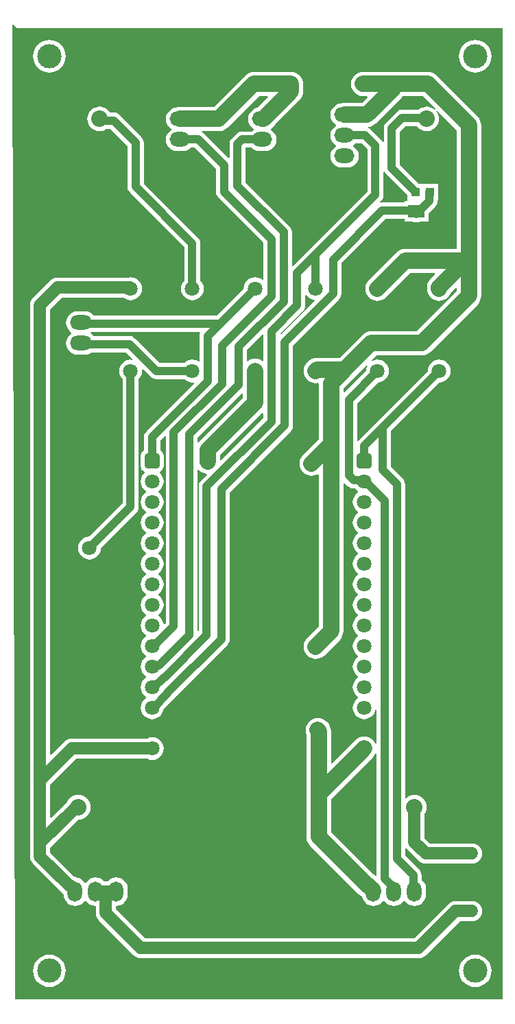
<source format=gbl>
G04*
G04 #@! TF.GenerationSoftware,Altium Limited,Altium Designer,20.0.10 (225)*
G04*
G04 Layer_Physical_Order=2*
G04 Layer_Color=16711680*
%FSLAX44Y44*%
%MOMM*%
G71*
G01*
G75*
%ADD10R,2.0000X1.5000*%
%ADD11R,1.1000X1.0000*%
%ADD12C,1.5000*%
%ADD13C,2.0000*%
%ADD14C,1.0000*%
G04:AMPARAMS|DCode=15|XSize=1.8mm|YSize=1.8mm|CornerRadius=0.225mm|HoleSize=0mm|Usage=FLASHONLY|Rotation=270.000|XOffset=0mm|YOffset=0mm|HoleType=Round|Shape=RoundedRectangle|*
%AMROUNDEDRECTD15*
21,1,1.8000,1.3500,0,0,270.0*
21,1,1.3500,1.8000,0,0,270.0*
1,1,0.4500,-0.6750,-0.6750*
1,1,0.4500,-0.6750,0.6750*
1,1,0.4500,0.6750,0.6750*
1,1,0.4500,0.6750,-0.6750*
%
%ADD15ROUNDEDRECTD15*%
%ADD16C,1.8000*%
%ADD17C,3.0000*%
%ADD18R,2.5000X2.0000*%
%ADD19O,2.5000X1.8000*%
%ADD20C,2.0320*%
%ADD21R,2.0320X2.0320*%
%ADD22O,1.8000X2.5000*%
%ADD23R,2.0000X2.5000*%
%ADD24O,2.7000X1.8000*%
%ADD25R,2.0320X2.0320*%
%ADD26C,1.2700*%
G36*
X2540Y1198880D02*
X601980D01*
Y0D01*
X-0Y-0D01*
X-3841Y1203601D01*
X-2669Y1204089D01*
X2540Y1198880D01*
D02*
G37*
%LPC*%
G36*
X567690Y1184687D02*
X563769Y1184301D01*
X559999Y1183157D01*
X556525Y1181300D01*
X553479Y1178801D01*
X550980Y1175755D01*
X549123Y1172281D01*
X547979Y1168511D01*
X547593Y1164590D01*
X547979Y1160669D01*
X549123Y1156899D01*
X550980Y1153425D01*
X553479Y1150379D01*
X556525Y1147880D01*
X559999Y1146023D01*
X563769Y1144879D01*
X567690Y1144493D01*
X571611Y1144879D01*
X575381Y1146023D01*
X578855Y1147880D01*
X581901Y1150379D01*
X584400Y1153425D01*
X586257Y1156899D01*
X587401Y1160669D01*
X587787Y1164590D01*
X587401Y1168511D01*
X586257Y1172281D01*
X584400Y1175755D01*
X581901Y1178801D01*
X578855Y1181300D01*
X575381Y1183157D01*
X571611Y1184301D01*
X567690Y1184687D01*
D02*
G37*
G36*
X41910D02*
X37989Y1184301D01*
X34219Y1183157D01*
X30745Y1181300D01*
X27699Y1178801D01*
X25200Y1175755D01*
X23343Y1172281D01*
X22199Y1168511D01*
X21813Y1164590D01*
X22199Y1160669D01*
X23343Y1156899D01*
X25200Y1153425D01*
X27699Y1150379D01*
X30745Y1147880D01*
X34219Y1146023D01*
X37989Y1144879D01*
X41910Y1144493D01*
X45831Y1144879D01*
X49601Y1146023D01*
X53075Y1147880D01*
X56121Y1150379D01*
X58620Y1153425D01*
X60477Y1156899D01*
X61621Y1160669D01*
X62007Y1164590D01*
X61621Y1168511D01*
X60477Y1172281D01*
X58620Y1175755D01*
X56121Y1178801D01*
X53075Y1181300D01*
X49601Y1183157D01*
X45831Y1184301D01*
X41910Y1184687D01*
D02*
G37*
G36*
X509270Y1145373D02*
X429260D01*
X426320Y1145083D01*
X423492Y1144225D01*
X420886Y1142832D01*
X418602Y1140958D01*
X416728Y1138674D01*
X415335Y1136068D01*
X414477Y1133241D01*
X414187Y1130300D01*
X414477Y1127359D01*
X415335Y1124532D01*
X416728Y1121926D01*
X418602Y1119642D01*
X420886Y1117768D01*
X423492Y1116375D01*
X426320Y1115517D01*
X429260Y1115227D01*
X434392D01*
X434878Y1114054D01*
X428097Y1107273D01*
X406400D01*
X403460Y1106983D01*
X400632Y1106125D01*
X400376Y1105988D01*
X399245Y1105840D01*
X395840Y1104429D01*
X392915Y1102185D01*
X390671Y1099260D01*
X389260Y1095855D01*
X388779Y1092200D01*
X389260Y1088545D01*
X390671Y1085140D01*
X392915Y1082215D01*
X395474Y1080252D01*
X395576Y1079909D01*
Y1079091D01*
X395474Y1078748D01*
X392915Y1076785D01*
X390671Y1073860D01*
X389260Y1070455D01*
X388779Y1066800D01*
X389260Y1063145D01*
X390671Y1059740D01*
X392915Y1056815D01*
X395474Y1054852D01*
X395576Y1054509D01*
Y1053691D01*
X395474Y1053348D01*
X392915Y1051385D01*
X390671Y1048460D01*
X389260Y1045055D01*
X388779Y1041400D01*
X389260Y1037745D01*
X390671Y1034340D01*
X392915Y1031415D01*
X395840Y1029171D01*
X399245Y1027760D01*
X402900Y1027279D01*
X409900D01*
X413555Y1027760D01*
X416960Y1029171D01*
X419885Y1031415D01*
X422129Y1034340D01*
X423540Y1037745D01*
X424021Y1041400D01*
X423540Y1045055D01*
X422129Y1048460D01*
X419885Y1051385D01*
X417327Y1053348D01*
X417224Y1053691D01*
Y1054509D01*
X417327Y1054852D01*
X419753Y1056714D01*
X427622D01*
X434414Y1049922D01*
Y997318D01*
X363708Y926612D01*
X342490Y905394D01*
X341316Y905880D01*
Y947660D01*
X340973Y950270D01*
X339965Y952703D01*
X338362Y954792D01*
X284406Y1008748D01*
Y1051634D01*
X291447D01*
X294240Y1049491D01*
X297645Y1048080D01*
X301300Y1047599D01*
X308300D01*
X311955Y1048080D01*
X315360Y1049491D01*
X318285Y1051735D01*
X320529Y1054660D01*
X321940Y1058065D01*
X322421Y1061720D01*
X321940Y1065375D01*
X320529Y1068780D01*
X318285Y1071705D01*
X315727Y1073668D01*
X315624Y1074011D01*
Y1074829D01*
X315727Y1075172D01*
X318285Y1077135D01*
X320529Y1080060D01*
X320673Y1080407D01*
X351018Y1110752D01*
X352892Y1113036D01*
X354285Y1115642D01*
X355143Y1118469D01*
X355433Y1121410D01*
Y1130300D01*
X355143Y1133241D01*
X354285Y1136068D01*
X352892Y1138674D01*
X351018Y1140958D01*
X348734Y1142832D01*
X346128Y1144225D01*
X343301Y1145083D01*
X340360Y1145373D01*
X294640D01*
X291700Y1145083D01*
X288872Y1144225D01*
X286266Y1142832D01*
X283982Y1140958D01*
X245217Y1102193D01*
X203200D01*
X200259Y1101903D01*
X197432Y1101045D01*
X197176Y1100909D01*
X196045Y1100760D01*
X192640Y1099349D01*
X189715Y1097105D01*
X187471Y1094180D01*
X186060Y1090775D01*
X185579Y1087120D01*
X186060Y1083465D01*
X187471Y1080060D01*
X189715Y1077135D01*
X192274Y1075172D01*
X192376Y1074829D01*
Y1074011D01*
X192274Y1073668D01*
X189715Y1071705D01*
X187471Y1068780D01*
X186060Y1065375D01*
X185579Y1061720D01*
X186060Y1058065D01*
X187471Y1054660D01*
X189715Y1051735D01*
X192640Y1049491D01*
X196045Y1048080D01*
X199700Y1047599D01*
X206700D01*
X210355Y1048080D01*
X213760Y1049491D01*
X216553Y1051634D01*
X221882D01*
X247724Y1025792D01*
Y996950D01*
X248067Y994340D01*
X249075Y991907D01*
X250678Y989818D01*
X306144Y934352D01*
Y888965D01*
X304874Y888338D01*
X302970Y889799D01*
X299565Y891210D01*
X295910Y891691D01*
X292255Y891210D01*
X288850Y889799D01*
X285925Y887555D01*
X283681Y884630D01*
X282270Y881225D01*
X281811Y877735D01*
X248552Y844476D01*
X96662D01*
X95765Y845645D01*
X92840Y847889D01*
X89435Y849300D01*
X85780Y849781D01*
X76780D01*
X73125Y849300D01*
X69720Y847889D01*
X66795Y845645D01*
X64551Y842720D01*
X63140Y839315D01*
X62659Y835660D01*
X63140Y832005D01*
X64551Y828600D01*
X66795Y825675D01*
X69353Y823712D01*
X69456Y823369D01*
Y822551D01*
X69353Y822208D01*
X66795Y820245D01*
X64551Y817320D01*
X63140Y813915D01*
X62659Y810260D01*
X63140Y806605D01*
X64551Y803200D01*
X66795Y800275D01*
X69720Y798031D01*
X73125Y796620D01*
X76780Y796139D01*
X85780D01*
X89435Y796620D01*
X92840Y798031D01*
X93978Y798904D01*
X136792D01*
X144640Y791056D01*
X144047Y789853D01*
X142240Y790091D01*
X138585Y789610D01*
X135180Y788199D01*
X132255Y785955D01*
X130011Y783030D01*
X128600Y779625D01*
X128119Y775970D01*
X128600Y772315D01*
X130011Y768910D01*
X132154Y766117D01*
Y612509D01*
X91273Y571629D01*
X87784Y571170D01*
X84378Y569759D01*
X81454Y567515D01*
X79209Y564590D01*
X77799Y561185D01*
X77318Y557530D01*
X77799Y553875D01*
X79209Y550470D01*
X81454Y547545D01*
X84378Y545301D01*
X87784Y543890D01*
X91438Y543409D01*
X95093Y543890D01*
X98499Y545301D01*
X101423Y547545D01*
X103667Y550470D01*
X105078Y553875D01*
X105537Y557365D01*
X149372Y601200D01*
X150975Y603288D01*
X151983Y605721D01*
X152326Y608332D01*
Y766117D01*
X154469Y768910D01*
X155880Y772315D01*
X156361Y775970D01*
X156123Y777777D01*
X157326Y778370D01*
X166858Y768838D01*
X168947Y767235D01*
X171380Y766227D01*
X173990Y765884D01*
X208587D01*
X211380Y763741D01*
X214785Y762330D01*
X218440Y761849D01*
X220247Y762087D01*
X220840Y760884D01*
X161778Y701822D01*
X160175Y699733D01*
X159167Y697300D01*
X158824Y694690D01*
Y678295D01*
X158504Y678163D01*
X156989Y677001D01*
X155827Y675486D01*
X155097Y673723D01*
X154847Y671830D01*
Y658330D01*
X155097Y656437D01*
X155827Y654674D01*
X156989Y653159D01*
X158504Y651997D01*
X159396Y651627D01*
X159588Y650173D01*
X158925Y649665D01*
X156681Y646740D01*
X155270Y643335D01*
X154789Y639680D01*
X155270Y636025D01*
X156681Y632620D01*
X158925Y629695D01*
X161483Y627732D01*
X161586Y627389D01*
Y626571D01*
X161483Y626228D01*
X158925Y624265D01*
X156681Y621340D01*
X155270Y617935D01*
X154789Y614280D01*
X155270Y610625D01*
X156681Y607220D01*
X158925Y604295D01*
X161483Y602332D01*
X161586Y601989D01*
Y601171D01*
X161483Y600828D01*
X158925Y598865D01*
X156681Y595940D01*
X155270Y592535D01*
X154789Y588880D01*
X155270Y585225D01*
X156681Y581820D01*
X158925Y578895D01*
X161483Y576932D01*
X161586Y576589D01*
Y575771D01*
X161483Y575428D01*
X158925Y573465D01*
X156681Y570540D01*
X155270Y567135D01*
X154789Y563480D01*
X155270Y559825D01*
X156681Y556420D01*
X158925Y553495D01*
X161483Y551532D01*
X161586Y551189D01*
Y550371D01*
X161483Y550028D01*
X158925Y548065D01*
X156681Y545140D01*
X155270Y541735D01*
X154789Y538080D01*
X155270Y534425D01*
X156681Y531020D01*
X158925Y528095D01*
X161483Y526132D01*
X161586Y525789D01*
Y524971D01*
X161483Y524628D01*
X158925Y522665D01*
X156681Y519740D01*
X155270Y516335D01*
X154789Y512680D01*
X155270Y509025D01*
X156681Y505620D01*
X158925Y502695D01*
X161483Y500732D01*
X161586Y500389D01*
Y499571D01*
X161483Y499228D01*
X158925Y497265D01*
X156681Y494340D01*
X155270Y490935D01*
X154789Y487280D01*
X155270Y483625D01*
X156681Y480220D01*
X158925Y477295D01*
X161483Y475332D01*
X161586Y474989D01*
Y474171D01*
X161483Y473828D01*
X158925Y471865D01*
X156681Y468940D01*
X155270Y465535D01*
X154789Y461880D01*
X155270Y458225D01*
X156681Y454820D01*
X158925Y451895D01*
X161483Y449932D01*
X161586Y449589D01*
Y448771D01*
X161483Y448428D01*
X158925Y446465D01*
X156681Y443540D01*
X155270Y440135D01*
X154789Y436480D01*
X155270Y432825D01*
X156681Y429420D01*
X158925Y426495D01*
X161483Y424532D01*
X161586Y424189D01*
Y423371D01*
X161483Y423028D01*
X158925Y421065D01*
X156681Y418140D01*
X155270Y414735D01*
X154789Y411080D01*
X155270Y407425D01*
X156681Y404020D01*
X158925Y401095D01*
X161483Y399132D01*
X161586Y398789D01*
Y397971D01*
X161483Y397628D01*
X158925Y395665D01*
X156681Y392740D01*
X155270Y389335D01*
X154789Y385680D01*
X155270Y382025D01*
X156681Y378620D01*
X158925Y375695D01*
X161483Y373732D01*
X161586Y373389D01*
Y372571D01*
X161483Y372228D01*
X158925Y370265D01*
X156681Y367340D01*
X155270Y363935D01*
X154789Y360280D01*
X155270Y356625D01*
X156681Y353220D01*
X158925Y350295D01*
X161850Y348051D01*
X165255Y346640D01*
X168910Y346159D01*
X172565Y346640D01*
X175970Y348051D01*
X178895Y350295D01*
X181139Y353220D01*
X182550Y356625D01*
X182786Y358422D01*
X195042Y370678D01*
X196645Y372767D01*
X196726Y372961D01*
X261767Y438003D01*
X263370Y440092D01*
X264378Y442524D01*
X264721Y445135D01*
Y626377D01*
X339872Y701528D01*
X341475Y703617D01*
X342483Y706049D01*
X342826Y708660D01*
Y807352D01*
X399562Y864088D01*
X401165Y866177D01*
X402173Y868609D01*
X402516Y871220D01*
Y908952D01*
X457168Y963604D01*
X480300D01*
Y960910D01*
X489776D01*
X492099Y959947D01*
X494710Y959604D01*
X497321Y959947D01*
X499644Y960910D01*
X510300D01*
Y971016D01*
X518442Y979158D01*
X520045Y981247D01*
X521053Y983680D01*
X521396Y986290D01*
Y986950D01*
X522310D01*
Y1006950D01*
X512465D01*
X511810Y1007036D01*
X511310D01*
X510655Y1006950D01*
X504650D01*
Y1007060D01*
X498414D01*
X474906Y1030568D01*
Y1071512D01*
X481698Y1078304D01*
X495624D01*
X497228Y1076348D01*
X499537Y1074454D01*
X502170Y1073046D01*
X505028Y1072179D01*
X508000Y1071887D01*
X510972Y1072179D01*
X513830Y1073046D01*
X516463Y1074454D01*
X518772Y1076348D01*
X520666Y1078657D01*
X522074Y1081290D01*
X522941Y1084148D01*
X523233Y1087120D01*
X522941Y1090092D01*
X522074Y1092950D01*
X520666Y1095583D01*
X519710Y1096748D01*
X520652Y1097602D01*
X544997Y1073257D01*
Y926933D01*
X481330D01*
X478390Y926643D01*
X475562Y925785D01*
X472956Y924392D01*
X470672Y922518D01*
X436382Y888228D01*
X434508Y885944D01*
X433115Y883338D01*
X432257Y880510D01*
X431968Y877570D01*
X432257Y874630D01*
X433115Y871802D01*
X434508Y869196D01*
X436382Y866912D01*
X438666Y865038D01*
X441272Y863645D01*
X444100Y862787D01*
X447040Y862497D01*
X449981Y862787D01*
X452808Y863645D01*
X455414Y865038D01*
X457698Y866912D01*
X487573Y896787D01*
X517645D01*
X518131Y895614D01*
X512582Y890065D01*
X510708Y887781D01*
X509315Y885175D01*
X508457Y882348D01*
X508167Y879407D01*
Y877570D01*
X508457Y874630D01*
X509315Y871802D01*
X510708Y869196D01*
X512582Y866912D01*
X514866Y865038D01*
X517472Y863645D01*
X520299Y862787D01*
X523240Y862497D01*
X526180Y862787D01*
X529008Y863645D01*
X531614Y865038D01*
X533898Y866912D01*
X535772Y869196D01*
X537165Y871802D01*
X537259Y872110D01*
X543824Y878676D01*
X544997Y878189D01*
Y874923D01*
X495407Y825333D01*
X439420D01*
X436479Y825043D01*
X433652Y824185D01*
X431046Y822792D01*
X428762Y820918D01*
X400157Y792313D01*
X372110D01*
X369170Y792023D01*
X366342Y791165D01*
X363736Y789772D01*
X361452Y787898D01*
X360182Y786628D01*
X358308Y784344D01*
X356915Y781738D01*
X356057Y778911D01*
X355767Y775970D01*
X356057Y773029D01*
X356915Y770202D01*
X358308Y767596D01*
X360182Y765312D01*
X362466Y763438D01*
X365072Y762045D01*
X367900Y761187D01*
X370840Y760897D01*
X373584Y761168D01*
X373924Y761047D01*
X374817Y760174D01*
Y692043D01*
X355102Y672328D01*
X353228Y670044D01*
X351835Y667438D01*
X350977Y664611D01*
X350687Y661670D01*
X350977Y658729D01*
X351835Y655902D01*
X353228Y653296D01*
X355102Y651012D01*
X357386Y649138D01*
X359992Y647745D01*
X362820Y646887D01*
X365760Y646597D01*
X368700Y646887D01*
X371528Y647745D01*
X373547Y648824D01*
X374817Y648121D01*
Y460903D01*
X360182Y446268D01*
X358308Y443984D01*
X356915Y441378D01*
X356057Y438550D01*
X355767Y435610D01*
X356057Y432669D01*
X356915Y429842D01*
X358308Y427236D01*
X360182Y424952D01*
X362466Y423078D01*
X365072Y421685D01*
X367900Y420827D01*
X370840Y420537D01*
X373781Y420827D01*
X376608Y421685D01*
X379214Y423078D01*
X381498Y424952D01*
X400548Y444002D01*
X402422Y446286D01*
X403815Y448892D01*
X404673Y451720D01*
X404963Y454660D01*
Y637842D01*
X406136Y638329D01*
X410386Y634079D01*
X412475Y632476D01*
X414907Y631468D01*
X417518Y631124D01*
X419578D01*
X420675Y629695D01*
X423233Y627732D01*
X423336Y627389D01*
Y626571D01*
X423233Y626228D01*
X420675Y624265D01*
X418431Y621340D01*
X417020Y617935D01*
X416539Y614280D01*
X417020Y610625D01*
X418431Y607220D01*
X420675Y604295D01*
X423233Y602332D01*
X423336Y601989D01*
Y601171D01*
X423233Y600828D01*
X420675Y598865D01*
X418431Y595940D01*
X417020Y592535D01*
X416539Y588880D01*
X417020Y585225D01*
X418431Y581820D01*
X420675Y578895D01*
X423233Y576932D01*
X423336Y576589D01*
Y575771D01*
X423233Y575428D01*
X420675Y573465D01*
X418431Y570540D01*
X417020Y567135D01*
X416539Y563480D01*
X417020Y559825D01*
X418431Y556420D01*
X420675Y553495D01*
X423233Y551532D01*
X423336Y551189D01*
Y550371D01*
X423233Y550028D01*
X420675Y548065D01*
X418431Y545140D01*
X417020Y541735D01*
X416539Y538080D01*
X417020Y534425D01*
X418431Y531020D01*
X420675Y528095D01*
X423233Y526132D01*
X423336Y525789D01*
Y524971D01*
X423233Y524628D01*
X420675Y522665D01*
X418431Y519740D01*
X417020Y516335D01*
X416539Y512680D01*
X417020Y509025D01*
X418431Y505620D01*
X420675Y502695D01*
X423233Y500732D01*
X423336Y500389D01*
Y499571D01*
X423233Y499228D01*
X420675Y497265D01*
X418431Y494340D01*
X417020Y490935D01*
X416539Y487280D01*
X417020Y483625D01*
X418431Y480220D01*
X420675Y477295D01*
X423233Y475332D01*
X423336Y474989D01*
Y474171D01*
X423233Y473828D01*
X420675Y471865D01*
X418431Y468940D01*
X417020Y465535D01*
X416539Y461880D01*
X417020Y458225D01*
X418431Y454820D01*
X420675Y451895D01*
X423233Y449932D01*
X423336Y449589D01*
Y448771D01*
X423233Y448428D01*
X420675Y446465D01*
X418431Y443540D01*
X417020Y440135D01*
X416539Y436480D01*
X417020Y432825D01*
X418431Y429420D01*
X420675Y426495D01*
X423233Y424532D01*
X423336Y424189D01*
Y423371D01*
X423233Y423028D01*
X420675Y421065D01*
X418431Y418140D01*
X417020Y414735D01*
X416539Y411080D01*
X417020Y407425D01*
X418431Y404020D01*
X420675Y401095D01*
X423233Y399132D01*
X423336Y398789D01*
Y397971D01*
X423233Y397628D01*
X420675Y395665D01*
X418431Y392740D01*
X417020Y389335D01*
X416539Y385680D01*
X417020Y382025D01*
X418431Y378620D01*
X420675Y375695D01*
X423233Y373732D01*
X423336Y373389D01*
Y372571D01*
X423233Y372228D01*
X420675Y370265D01*
X418431Y367340D01*
X417020Y363935D01*
X416539Y360280D01*
X417020Y356625D01*
X418431Y353220D01*
X420675Y350295D01*
X423600Y348051D01*
X427005Y346640D01*
X430660Y346159D01*
X434315Y346640D01*
X437720Y348051D01*
X440645Y350295D01*
X442889Y353220D01*
X444300Y356625D01*
X444574Y358707D01*
X445844Y358624D01*
Y315874D01*
X444585Y315648D01*
X443192Y318254D01*
X441318Y320538D01*
X439034Y322412D01*
X436428Y323805D01*
X433601Y324663D01*
X430660Y324953D01*
X427719Y324663D01*
X424892Y323805D01*
X422286Y322412D01*
X420002Y320538D01*
X390896Y291432D01*
X389723Y291918D01*
Y331470D01*
X389433Y334411D01*
X388575Y337238D01*
X387182Y339844D01*
X385308Y342128D01*
X384038Y343398D01*
X381754Y345272D01*
X379148Y346665D01*
X376320Y347523D01*
X373380Y347813D01*
X370439Y347523D01*
X367612Y346665D01*
X365006Y345272D01*
X362722Y343398D01*
X360848Y341114D01*
X359455Y338508D01*
X358597Y335681D01*
X358307Y332740D01*
X358597Y329799D01*
X359455Y326972D01*
X359577Y326743D01*
Y253870D01*
Y200660D01*
X359867Y197719D01*
X360725Y194892D01*
X362118Y192286D01*
X363992Y190002D01*
X423802Y130192D01*
X426086Y128318D01*
X428075Y127255D01*
X428197Y127132D01*
X428320Y126195D01*
X429731Y122790D01*
X431975Y119865D01*
X434900Y117621D01*
X438305Y116210D01*
X441960Y115729D01*
X445615Y116210D01*
X449020Y117621D01*
X451945Y119865D01*
X453908Y122423D01*
X454251Y122526D01*
X455069D01*
X455412Y122423D01*
X457375Y119865D01*
X460300Y117621D01*
X463705Y116210D01*
X467360Y115729D01*
X471015Y116210D01*
X474420Y117621D01*
X477345Y119865D01*
X479308Y122423D01*
X479651Y122526D01*
X480469D01*
X480812Y122423D01*
X482775Y119865D01*
X485700Y117621D01*
X489105Y116210D01*
X492760Y115729D01*
X496415Y116210D01*
X499820Y117621D01*
X502745Y119865D01*
X504989Y122790D01*
X506400Y126195D01*
X506881Y129850D01*
Y136850D01*
X506400Y140505D01*
X504989Y143910D01*
X502745Y146835D01*
X501316Y147932D01*
Y153931D01*
X500972Y156541D01*
X499964Y158974D01*
X498361Y161063D01*
X481016Y178408D01*
Y186995D01*
X482286Y187426D01*
X483845Y185395D01*
X497815Y171425D01*
X500426Y169421D01*
X503467Y168162D01*
X506730Y167732D01*
X563880D01*
X567143Y168162D01*
X570184Y169421D01*
X572795Y171425D01*
X574799Y174036D01*
X576058Y177077D01*
X576488Y180340D01*
X576058Y183603D01*
X574799Y186644D01*
X572795Y189255D01*
X570184Y191259D01*
X567143Y192518D01*
X563880Y192948D01*
X511952D01*
X505368Y199532D01*
Y228956D01*
X505426Y229027D01*
X506834Y231660D01*
X507701Y234518D01*
X507993Y237490D01*
X507701Y240462D01*
X506834Y243320D01*
X505426Y245953D01*
X503532Y248262D01*
X501223Y250156D01*
X498590Y251564D01*
X495732Y252431D01*
X492760Y252723D01*
X489788Y252431D01*
X486930Y251564D01*
X484297Y250156D01*
X482286Y248506D01*
X481016Y248932D01*
Y636510D01*
X480673Y639120D01*
X479665Y641553D01*
X478062Y643642D01*
X463476Y658228D01*
Y701942D01*
X523405Y761871D01*
X526895Y762330D01*
X530300Y763741D01*
X533225Y765985D01*
X535469Y768910D01*
X536880Y772315D01*
X537361Y775970D01*
X536880Y779625D01*
X535469Y783030D01*
X533225Y785955D01*
X530300Y788199D01*
X526895Y789610D01*
X523240Y790091D01*
X519585Y789610D01*
X516180Y788199D01*
X513255Y785955D01*
X511011Y783030D01*
X509600Y779625D01*
X509141Y776135D01*
X446258Y713252D01*
X423528Y690522D01*
X423016Y689855D01*
X421746Y690286D01*
Y736412D01*
X447205Y761871D01*
X450695Y762330D01*
X454100Y763741D01*
X457025Y765985D01*
X459269Y768910D01*
X460680Y772315D01*
X461161Y775970D01*
X460680Y779625D01*
X459269Y783030D01*
X457025Y785955D01*
X454100Y788199D01*
X450695Y789610D01*
X447040Y790091D01*
X443385Y789610D01*
X440818Y788546D01*
X440099Y789623D01*
X445663Y795187D01*
X501650D01*
X504590Y795477D01*
X507418Y796335D01*
X510024Y797728D01*
X512308Y799602D01*
X570728Y858022D01*
X572602Y860306D01*
X573995Y862912D01*
X574853Y865740D01*
X575143Y868680D01*
Y916237D01*
Y1079500D01*
X574853Y1082440D01*
X573995Y1085268D01*
X572602Y1087874D01*
X570728Y1090158D01*
X519928Y1140958D01*
X517644Y1142832D01*
X515038Y1144225D01*
X512211Y1145083D01*
X509270Y1145373D01*
D02*
G37*
G36*
X104140Y1102353D02*
X101168Y1102061D01*
X98310Y1101194D01*
X95677Y1099786D01*
X93368Y1097892D01*
X91474Y1095583D01*
X90066Y1092950D01*
X89199Y1090092D01*
X88907Y1087120D01*
X89199Y1084148D01*
X90066Y1081290D01*
X91474Y1078657D01*
X93368Y1076348D01*
X95677Y1074454D01*
X98310Y1073046D01*
X101168Y1072179D01*
X104140Y1071887D01*
X107112Y1072179D01*
X109970Y1073046D01*
X112603Y1074454D01*
X113341Y1075059D01*
X117177D01*
X138504Y1053732D01*
Y1003300D01*
X138847Y1000689D01*
X139855Y998257D01*
X141458Y996168D01*
X208354Y929272D01*
Y887423D01*
X206211Y884630D01*
X204800Y881225D01*
X204319Y877570D01*
X204800Y873915D01*
X206211Y870510D01*
X208455Y867585D01*
X211380Y865341D01*
X214785Y863930D01*
X218440Y863449D01*
X222095Y863930D01*
X225500Y865341D01*
X228425Y867585D01*
X230669Y870510D01*
X232080Y873915D01*
X232561Y877570D01*
X232080Y881225D01*
X230669Y884630D01*
X228526Y887423D01*
Y933450D01*
X228183Y936060D01*
X227175Y938493D01*
X225572Y940582D01*
X158676Y1007478D01*
Y1057910D01*
X158333Y1060520D01*
X157325Y1062953D01*
X155722Y1065042D01*
X128487Y1092277D01*
X126398Y1093880D01*
X123965Y1094888D01*
X121355Y1095232D01*
X116994D01*
X116806Y1095583D01*
X114912Y1097892D01*
X112603Y1099786D01*
X109970Y1101194D01*
X107112Y1102061D01*
X104140Y1102353D01*
D02*
G37*
G36*
X142240Y891691D02*
X140395Y891448D01*
X52070D01*
X48807Y891018D01*
X45766Y889759D01*
X43155Y887755D01*
X21565Y866165D01*
X19561Y863554D01*
X18302Y860513D01*
X17872Y857250D01*
Y270510D01*
Y193040D01*
Y176530D01*
X18302Y173267D01*
X19561Y170226D01*
X21565Y167615D01*
X57245Y131935D01*
X59539Y130174D01*
Y129850D01*
X60020Y126195D01*
X61431Y122790D01*
X63675Y119865D01*
X66600Y117621D01*
X70005Y116210D01*
X73660Y115729D01*
X77315Y116210D01*
X80720Y117621D01*
X83645Y119865D01*
X85608Y122423D01*
X85951Y122526D01*
X86769D01*
X87112Y122423D01*
X89075Y119865D01*
X92000Y117621D01*
X95405Y116210D01*
X99060Y115729D01*
X99152Y115648D01*
Y106680D01*
X99582Y103417D01*
X100841Y100376D01*
X102845Y97765D01*
X146025Y54585D01*
X148636Y52581D01*
X151677Y51322D01*
X154940Y50892D01*
X497840D01*
X501103Y51322D01*
X504144Y52581D01*
X506755Y54585D01*
X548782Y96612D01*
X563880D01*
X567143Y97042D01*
X570184Y98301D01*
X572795Y100305D01*
X574799Y102916D01*
X576058Y105957D01*
X576488Y109220D01*
X576058Y112483D01*
X574799Y115524D01*
X572795Y118135D01*
X570184Y120139D01*
X567143Y121398D01*
X563880Y121828D01*
X543560D01*
X540297Y121398D01*
X537256Y120139D01*
X534645Y118135D01*
X492618Y76108D01*
X160162D01*
X124368Y111902D01*
Y115648D01*
X124460Y115729D01*
X128115Y116210D01*
X131520Y117621D01*
X134445Y119865D01*
X136689Y122790D01*
X138100Y126195D01*
X138581Y129850D01*
Y136850D01*
X138100Y140505D01*
X136689Y143910D01*
X134445Y146835D01*
X131520Y149079D01*
X128115Y150490D01*
X124460Y150971D01*
X120805Y150490D01*
X117400Y149079D01*
X114475Y146835D01*
X113802Y145958D01*
X109718D01*
X109045Y146835D01*
X106120Y149079D01*
X102715Y150490D01*
X99060Y150971D01*
X95405Y150490D01*
X92000Y149079D01*
X89075Y146835D01*
X87112Y144277D01*
X86769Y144174D01*
X85951D01*
X85608Y144277D01*
X83645Y146835D01*
X80720Y149079D01*
X77315Y150490D01*
X75083Y150783D01*
X73799Y151769D01*
X72557Y152283D01*
X43088Y181752D01*
Y187818D01*
X77533Y222263D01*
X80442Y222549D01*
X83300Y223416D01*
X85933Y224824D01*
X88242Y226718D01*
X90136Y229027D01*
X91544Y231660D01*
X92411Y234518D01*
X92703Y237490D01*
X92411Y240462D01*
X91544Y243320D01*
X90136Y245953D01*
X88242Y248262D01*
X85933Y250156D01*
X83300Y251564D01*
X80442Y252431D01*
X77470Y252723D01*
X74498Y252431D01*
X71640Y251564D01*
X69007Y250156D01*
X66698Y248262D01*
X64804Y245953D01*
X63932Y244322D01*
X44261Y224651D01*
X43088Y225137D01*
Y265288D01*
X75072Y297272D01*
X162764D01*
X165255Y296240D01*
X168910Y295759D01*
X172565Y296240D01*
X175970Y297651D01*
X178895Y299895D01*
X181139Y302820D01*
X182550Y306225D01*
X183031Y309880D01*
X182550Y313535D01*
X181139Y316940D01*
X178895Y319865D01*
X175970Y322109D01*
X172565Y323520D01*
X168910Y324001D01*
X165255Y323520D01*
X162764Y322488D01*
X69850D01*
X66587Y322058D01*
X63546Y320799D01*
X60935Y318795D01*
X44261Y302121D01*
X43088Y302607D01*
Y852028D01*
X57292Y866232D01*
X134018D01*
X135180Y865341D01*
X138585Y863930D01*
X142240Y863449D01*
X145895Y863930D01*
X149300Y865341D01*
X152225Y867585D01*
X154469Y870510D01*
X155880Y873915D01*
X156361Y877570D01*
X155880Y881225D01*
X154469Y884630D01*
X152225Y887555D01*
X149300Y889799D01*
X145895Y891210D01*
X142240Y891691D01*
D02*
G37*
G36*
X567690Y55657D02*
X563769Y55271D01*
X559999Y54127D01*
X556525Y52270D01*
X553479Y49771D01*
X550980Y46725D01*
X549123Y43251D01*
X547979Y39481D01*
X547593Y35560D01*
X547979Y31639D01*
X549123Y27869D01*
X550980Y24395D01*
X553479Y21349D01*
X556525Y18850D01*
X559999Y16993D01*
X563769Y15849D01*
X567690Y15463D01*
X571611Y15849D01*
X575381Y16993D01*
X578855Y18850D01*
X581901Y21349D01*
X584400Y24395D01*
X586257Y27869D01*
X587401Y31639D01*
X587787Y35560D01*
X587401Y39481D01*
X586257Y43251D01*
X584400Y46725D01*
X581901Y49771D01*
X578855Y52270D01*
X575381Y54127D01*
X571611Y55271D01*
X567690Y55657D01*
D02*
G37*
G36*
X41910D02*
X37989Y55271D01*
X34219Y54127D01*
X30745Y52270D01*
X27699Y49771D01*
X25200Y46725D01*
X23343Y43251D01*
X22199Y39481D01*
X21813Y35560D01*
X22199Y31639D01*
X23343Y27869D01*
X25200Y24395D01*
X27699Y21349D01*
X30745Y18850D01*
X34219Y16993D01*
X37989Y15849D01*
X41910Y15463D01*
X45831Y15849D01*
X49601Y16993D01*
X53075Y18850D01*
X56121Y21349D01*
X58620Y24395D01*
X60477Y27869D01*
X61621Y31639D01*
X62007Y35560D01*
X61621Y39481D01*
X60477Y43251D01*
X58620Y46725D01*
X56121Y49771D01*
X53075Y52270D01*
X49601Y54127D01*
X45831Y55271D01*
X41910Y55657D01*
D02*
G37*
%LPD*%
G36*
X518482Y1099772D02*
X517628Y1098830D01*
X516463Y1099786D01*
X513830Y1101194D01*
X510972Y1102061D01*
X508000Y1102353D01*
X505028Y1102061D01*
X502170Y1101194D01*
X499537Y1099786D01*
X497941Y1098476D01*
X477520D01*
X474910Y1098133D01*
X472477Y1097125D01*
X470388Y1095522D01*
X457688Y1082822D01*
X456085Y1080733D01*
X455077Y1078300D01*
X454734Y1075690D01*
Y1058844D01*
X453464Y1058591D01*
X453235Y1059143D01*
X451632Y1061232D01*
X438932Y1073932D01*
X436843Y1075535D01*
X435745Y1075990D01*
X435938Y1077285D01*
X437281Y1077417D01*
X440108Y1078275D01*
X442714Y1079668D01*
X444998Y1081542D01*
X476748Y1113292D01*
X478336Y1115227D01*
X503027D01*
X518482Y1099772D01*
D02*
G37*
G36*
X311688Y1114054D02*
X298507Y1100873D01*
X297645Y1100760D01*
X294240Y1099349D01*
X291315Y1097105D01*
X289071Y1094180D01*
X287660Y1090775D01*
X287179Y1087120D01*
X287660Y1083465D01*
X289071Y1080060D01*
X291315Y1077135D01*
X293874Y1075172D01*
X293976Y1074829D01*
Y1074011D01*
X293874Y1073668D01*
X291447Y1071806D01*
X280178D01*
X277567Y1071463D01*
X275135Y1070455D01*
X273046Y1068852D01*
X267188Y1062994D01*
X265585Y1060905D01*
X264577Y1058473D01*
X264234Y1055862D01*
Y1039470D01*
X263060Y1038984D01*
X233192Y1068852D01*
X231103Y1070455D01*
X230325Y1070777D01*
X230577Y1072047D01*
X251460D01*
X254401Y1072337D01*
X257228Y1073195D01*
X259834Y1074588D01*
X262118Y1076462D01*
X300883Y1115227D01*
X311202D01*
X311688Y1114054D01*
D02*
G37*
G36*
X456085Y1021347D02*
X457688Y1019258D01*
X483650Y993296D01*
Y987060D01*
X483650D01*
X483360Y985910D01*
X480300D01*
Y983776D01*
X452990D01*
X450924Y983504D01*
X450331Y984707D01*
X451632Y986008D01*
X453235Y988097D01*
X454243Y990529D01*
X454586Y993140D01*
Y1021646D01*
X455856Y1021899D01*
X456085Y1021347D01*
D02*
G37*
G36*
X360855Y867585D02*
X363780Y865341D01*
X367185Y863930D01*
X369023Y863688D01*
X369432Y862486D01*
X328166Y821220D01*
X326787Y821638D01*
X326762Y821768D01*
X355112Y850118D01*
X356715Y852207D01*
X357723Y854640D01*
X358066Y857250D01*
Y869133D01*
X359336Y869565D01*
X360855Y867585D01*
D02*
G37*
G36*
X305824Y820384D02*
Y788724D01*
X304676Y788181D01*
X304284Y788502D01*
X301678Y789895D01*
X298851Y790753D01*
X295910Y791043D01*
X292969Y790753D01*
X290142Y789895D01*
X287536Y788502D01*
X287144Y788181D01*
X285996Y788724D01*
Y802215D01*
X304650Y820870D01*
X305824Y820384D01*
D02*
G37*
G36*
X228275Y823034D02*
X227747Y821760D01*
X227404Y819150D01*
Y788174D01*
X226265Y787613D01*
X225500Y788199D01*
X222095Y789610D01*
X218440Y790091D01*
X214785Y789610D01*
X211380Y788199D01*
X208587Y786056D01*
X178168D01*
X148102Y816122D01*
X146013Y817725D01*
X143581Y818733D01*
X140970Y819076D01*
X96662D01*
X95765Y820245D01*
X93207Y822208D01*
X93104Y822551D01*
Y823369D01*
X93207Y823712D01*
X93978Y824304D01*
X227426D01*
X228275Y823034D01*
D02*
G37*
G36*
X434464Y782192D02*
X433400Y779625D01*
X432941Y776135D01*
X406136Y749330D01*
X404963Y749816D01*
Y754487D01*
X417058Y766582D01*
X417058Y766582D01*
X433387Y782911D01*
X434464Y782192D01*
D02*
G37*
G36*
X280837Y748268D02*
Y742843D01*
X226832Y688838D01*
X225986Y687807D01*
X224716Y688262D01*
Y693806D01*
X279664Y748754D01*
X280837Y748268D01*
D02*
G37*
G36*
X305824Y723539D02*
Y717598D01*
X253736Y665510D01*
X252563Y665996D01*
Y671937D01*
X304650Y724025D01*
X305824Y723539D01*
D02*
G37*
G36*
X185494Y695350D02*
Y465188D01*
X183948Y463642D01*
X182745Y464050D01*
X182550Y465535D01*
X181139Y468940D01*
X178895Y471865D01*
X176336Y473828D01*
X176234Y474171D01*
Y474989D01*
X176336Y475332D01*
X178895Y477295D01*
X181139Y480220D01*
X182550Y483625D01*
X183031Y487280D01*
X182550Y490935D01*
X181139Y494340D01*
X178895Y497265D01*
X176336Y499228D01*
X176234Y499571D01*
Y500389D01*
X176336Y500732D01*
X178895Y502695D01*
X181139Y505620D01*
X182550Y509025D01*
X183031Y512680D01*
X182550Y516335D01*
X181139Y519740D01*
X178895Y522665D01*
X176336Y524628D01*
X176234Y524971D01*
Y525789D01*
X176336Y526132D01*
X178895Y528095D01*
X181139Y531020D01*
X182550Y534425D01*
X183031Y538080D01*
X182550Y541735D01*
X181139Y545140D01*
X178895Y548065D01*
X176336Y550028D01*
X176234Y550371D01*
Y551189D01*
X176336Y551532D01*
X178895Y553495D01*
X181139Y556420D01*
X182550Y559825D01*
X183031Y563480D01*
X182550Y567135D01*
X181139Y570540D01*
X178895Y573465D01*
X176336Y575428D01*
X176234Y575771D01*
Y576589D01*
X176336Y576932D01*
X178895Y578895D01*
X181139Y581820D01*
X182550Y585225D01*
X183031Y588880D01*
X182550Y592535D01*
X181139Y595940D01*
X178895Y598865D01*
X176336Y600828D01*
X176234Y601171D01*
Y601989D01*
X176336Y602332D01*
X178895Y604295D01*
X181139Y607220D01*
X182550Y610625D01*
X183031Y614280D01*
X182550Y617935D01*
X181139Y621340D01*
X178895Y624265D01*
X176336Y626228D01*
X176234Y626571D01*
Y627389D01*
X176336Y627732D01*
X178895Y629695D01*
X181139Y632620D01*
X182550Y636025D01*
X183031Y639680D01*
X182550Y643335D01*
X181139Y646740D01*
X178895Y649665D01*
X178232Y650173D01*
X178424Y651627D01*
X179316Y651997D01*
X180831Y653159D01*
X181993Y654674D01*
X182723Y656437D01*
X182973Y658330D01*
Y671830D01*
X182723Y673723D01*
X181993Y675486D01*
X180831Y677001D01*
X179316Y678163D01*
X178996Y678295D01*
Y690512D01*
X184320Y695836D01*
X185494Y695350D01*
D02*
G37*
G36*
X226832Y653552D02*
X229116Y651678D01*
X231722Y650285D01*
X234550Y649427D01*
X235897Y649294D01*
X236325Y648099D01*
X229088Y640862D01*
X227485Y638773D01*
X226477Y636340D01*
X226134Y633730D01*
Y455164D01*
X225986Y455065D01*
X224716Y455744D01*
Y654128D01*
X225986Y654583D01*
X226832Y653552D01*
D02*
G37*
G36*
X445844Y303886D02*
Y153493D01*
X444696Y152950D01*
X444169Y153382D01*
X442181Y154445D01*
X389723Y206903D01*
Y247627D01*
X441318Y299222D01*
X443192Y301506D01*
X444585Y304112D01*
X445844Y303886D01*
D02*
G37*
D10*
X495300Y973410D02*
D03*
Y951910D02*
D03*
D11*
X494150Y997060D02*
D03*
X511810Y996950D02*
D03*
D12*
X543560Y109220D02*
X563880D01*
X154940Y63500D02*
X497840D01*
X543560Y109220D01*
X111760Y106680D02*
X154940Y63500D01*
X30480Y270510D02*
Y857250D01*
X52070Y878840D01*
X140970D01*
X142240Y877570D01*
X30480Y176530D02*
X66160Y140850D01*
X30480Y193040D02*
Y270510D01*
X69850Y309880D01*
X30480Y176530D02*
Y193040D01*
X74930Y237490D01*
X111760Y106680D02*
Y133350D01*
X124460D01*
X99060D02*
X111760D01*
X492760Y194310D02*
Y237490D01*
X506730Y180340D02*
X563880D01*
X492760Y194310D02*
X506730Y180340D01*
X74930Y237490D02*
X77470D01*
X69850Y309880D02*
X168910D01*
X73660Y133350D02*
Y134685D01*
X67495Y140850D02*
X73660Y134685D01*
X66160Y140850D02*
X67495D01*
D13*
X466090Y1130300D02*
X509270D01*
X560070Y916237D02*
Y1079500D01*
X509270Y1130300D02*
X560070Y1079500D01*
X374650Y253870D02*
X430660Y309880D01*
X374650Y200660D02*
Y253870D01*
Y331470D01*
X370840Y435610D02*
X389890Y454660D01*
Y685800D01*
X373380Y332740D02*
X374650Y331470D01*
Y200660D02*
X434460Y140850D01*
X389890Y685800D02*
Y760730D01*
X237490Y678180D02*
X295910Y736600D01*
X237490Y664210D02*
Y678180D01*
X441960Y133350D02*
Y134685D01*
X434460Y140850D02*
X435795D01*
X441960Y134685D01*
X340360Y1121410D02*
Y1130300D01*
X308300Y1089350D02*
X340360Y1121410D01*
X306300Y1087120D02*
X308300Y1089120D01*
Y1089350D01*
X294640Y1130300D02*
X340360D01*
X304800Y1087120D02*
X306300D01*
X251460D02*
X294640Y1130300D01*
X203200Y1087120D02*
X251460D01*
X406400Y1092200D02*
X434340D01*
X466090Y1123950D02*
Y1130300D01*
X434340Y1092200D02*
X466090Y1123950D01*
X429260Y1130300D02*
X466090D01*
X523240Y879407D02*
X560070Y916237D01*
X447040Y877570D02*
X481330Y911860D01*
X555693D01*
X560070Y868680D02*
Y916237D01*
X295910Y736600D02*
Y775970D01*
X389890Y760730D02*
X406400Y777240D01*
X365760Y661670D02*
X389890Y685800D01*
X406400Y777240D02*
X439420Y810260D01*
X501650D02*
X560070Y868680D01*
X439420Y810260D02*
X501650D01*
X370840Y775970D02*
X372110Y777240D01*
X406400D01*
X523240Y877570D02*
Y879407D01*
D14*
X493650Y997060D02*
X494150D01*
X493650D02*
Y997560D01*
X464820Y1026390D02*
X493650Y997560D01*
X464820Y1026390D02*
Y1075690D01*
X411660Y740590D02*
X447040Y775970D01*
X411660Y647069D02*
Y740590D01*
Y647069D02*
X417518Y641211D01*
X423473D02*
X423473Y641211D01*
X417518Y641211D02*
X423473D01*
X423473Y641211D02*
X430599D01*
X455930Y149750D02*
Y615880D01*
X430599Y641211D02*
X455930Y615880D01*
X470930Y174230D02*
X491229Y153931D01*
X455930Y149750D02*
X467360Y138320D01*
X470930Y174230D02*
Y636510D01*
X453390Y654050D02*
X470930Y636510D01*
X467360Y133350D02*
Y138320D01*
X148590Y1003300D02*
Y1057910D01*
X106115Y1085145D02*
X121355D01*
X148590Y1057910D01*
X511310Y986290D02*
Y996950D01*
X494710Y969690D02*
X511310Y986290D01*
X254635Y630555D02*
X332740Y708660D01*
X254635Y445135D02*
Y630555D01*
X168910Y436480D02*
X171050D01*
X195580Y461010D02*
Y700147D01*
X171050Y436480D02*
X195580Y461010D01*
X177661Y412611D02*
X214630Y449580D01*
Y697984D01*
X170441Y412611D02*
X177661D01*
X168910Y411080D02*
X170441Y412611D01*
X236220Y449957D02*
Y633730D01*
X171075Y385680D02*
X183006Y397611D01*
X183874D01*
X236220Y449957D01*
X168910Y385680D02*
X171075D01*
X187910Y378410D02*
X254635Y445135D01*
X332740Y708660D02*
Y811530D01*
X236220Y633730D02*
X315910Y713420D01*
Y825180D01*
X332740Y811530D02*
X392430Y871220D01*
X187910Y377810D02*
Y378410D01*
X168910Y360280D02*
X170380D01*
X187910Y377810D01*
X315910Y825180D02*
X347980Y857250D01*
X392430Y913130D02*
X452990Y973690D01*
X392430Y871220D02*
Y913130D01*
X255270Y806966D02*
X316230Y867926D01*
X257810Y996950D02*
X316230Y938530D01*
Y867926D02*
Y938530D01*
X274320Y1004570D02*
X331230Y947660D01*
X275910Y806393D02*
X331230Y861713D01*
Y947660D01*
X195580Y700147D02*
X255270Y759837D01*
Y806966D01*
X237490Y763270D02*
Y819150D01*
X275910Y759264D02*
Y806393D01*
X214630Y697984D02*
X275910Y759264D01*
X168910Y665080D02*
Y694690D01*
X237490Y763270D01*
X464820Y1075690D02*
X477520Y1088390D01*
X502404D01*
X347980Y857250D02*
Y896620D01*
X370840Y919480D01*
X444500Y993140D02*
Y1054100D01*
X257810Y996950D02*
Y1029970D01*
X274320Y1004570D02*
Y1055862D01*
X148590Y1003300D02*
X218440Y933450D01*
X104140Y1087120D02*
X106115Y1085145D01*
X218440Y877570D02*
Y933450D01*
X91438Y557530D02*
X142240Y608332D01*
Y775970D01*
X406400Y1066800D02*
X431800D01*
X444500Y1054100D01*
X452990Y973690D02*
X494710D01*
X511310Y996950D02*
X511810D01*
X370840Y919480D02*
X444500Y993140D01*
X370840Y877570D02*
Y919480D01*
X237490Y819150D02*
X252730Y834390D01*
X453390Y706120D02*
X523240Y775970D01*
X430660Y683390D02*
X453390Y706120D01*
Y654050D02*
Y706120D01*
X491229Y134881D02*
X492760Y133350D01*
X491229Y134881D02*
Y153931D01*
X274320Y1055862D02*
X280178Y1061720D01*
X304800D01*
X226060D02*
X257810Y1029970D01*
X203200Y1061720D02*
X226060D01*
X430660Y665080D02*
Y683390D01*
X82550Y834390D02*
X252730D01*
X295910Y877570D01*
X81280Y835660D02*
X82550Y834390D01*
X81280Y810260D02*
X82550Y808990D01*
X140970D01*
X173990Y775970D01*
X218440D01*
X508000Y1087120D02*
X509975Y1085145D01*
D15*
X430660Y665080D02*
D03*
X168910D02*
D03*
D16*
X430660Y639680D02*
D03*
Y614280D02*
D03*
Y588880D02*
D03*
Y563480D02*
D03*
Y512680D02*
D03*
Y487280D02*
D03*
Y461880D02*
D03*
Y436480D02*
D03*
Y334880D02*
D03*
Y360280D02*
D03*
Y385680D02*
D03*
Y411080D02*
D03*
Y538080D02*
D03*
Y309880D02*
D03*
X168910Y639680D02*
D03*
Y614280D02*
D03*
Y588880D02*
D03*
Y563480D02*
D03*
Y512680D02*
D03*
Y487280D02*
D03*
Y461880D02*
D03*
Y436480D02*
D03*
Y334880D02*
D03*
Y360280D02*
D03*
Y385680D02*
D03*
Y411080D02*
D03*
Y538080D02*
D03*
Y309880D02*
D03*
X370840Y877570D02*
D03*
Y775970D02*
D03*
X218440Y877570D02*
D03*
Y775970D02*
D03*
X295910D02*
D03*
Y877570D02*
D03*
X523240D02*
D03*
Y775970D02*
D03*
X447040Y877570D02*
D03*
Y775970D02*
D03*
X142240Y877570D02*
D03*
Y775970D02*
D03*
X91440Y532130D02*
D03*
X91438Y557530D02*
D03*
D17*
X41910Y1164590D02*
D03*
Y35560D02*
D03*
X567690D02*
D03*
Y1164590D02*
D03*
D18*
X203200Y1036320D02*
D03*
X406400Y1016000D02*
D03*
X304800Y1036320D02*
D03*
D19*
X203200Y1061720D02*
D03*
Y1087120D02*
D03*
X406400Y1092200D02*
D03*
Y1041400D02*
D03*
Y1066800D02*
D03*
X304800Y1061720D02*
D03*
Y1087120D02*
D03*
D20*
X104140D02*
D03*
X508000D02*
D03*
X77470Y237490D02*
D03*
X492760D02*
D03*
D21*
X104140Y1061720D02*
D03*
X508000D02*
D03*
D22*
X73660Y133350D02*
D03*
X99060D02*
D03*
X149860D02*
D03*
X124460D02*
D03*
X441960D02*
D03*
X492760D02*
D03*
X467360D02*
D03*
D23*
X175260D02*
D03*
X518160D02*
D03*
D24*
X81280Y835660D02*
D03*
Y810260D02*
D03*
Y784860D02*
D03*
D25*
X102870Y237490D02*
D03*
X518160D02*
D03*
D26*
X370840Y435610D02*
D03*
X373380Y332740D02*
D03*
X237490Y664210D02*
D03*
X429260Y1130300D02*
D03*
X340360D02*
D03*
X563880Y109220D02*
D03*
Y180340D02*
D03*
X365760Y661670D02*
D03*
M02*

</source>
